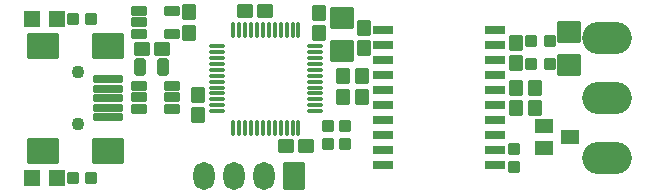
<source format=gbr>
G04 --- HEADER BEGIN --- *
G04 #@! TF.GenerationSoftware,LibrePCB,LibrePCB,0.2.0-unstable*
G04 #@! TF.CreationDate,2023-07-28T15:27:41*
G04 #@! TF.ProjectId,can2usb,565da67e-d1db-4e60-9fc1-0ba8a5c8bd0e,v1*
G04 #@! TF.Part,Single*
G04 #@! TF.SameCoordinates*
G04 #@! TF.FileFunction,Soldermask,Top*
G04 #@! TF.FilePolarity,Negative*
%FSLAX66Y66*%
%MOMM*%
G01*
G75*
G04 --- HEADER END --- *
G04 --- APERTURE LIST BEGIN --- *
%AMROUNDEDRECT10*20,1,1.2,-0.55,0.0,0.55,0.0,90.0*20,1,1.0,-0.65,0.0,0.65,0.0,90.0*1,1,0.2,-0.5,-0.55*1,1,0.2,-0.5,0.55*1,1,0.2,0.5,0.55*1,1,0.2,0.5,-0.55*%
%ADD10ROUNDEDRECT10*%
%AMROUNDEDRECT11*20,1,1.2,-0.55,0.0,0.55,0.0,0.0*20,1,1.0,-0.65,0.0,0.65,0.0,0.0*1,1,0.2,-0.55,0.5*1,1,0.2,0.55,0.5*1,1,0.2,0.55,-0.5*1,1,0.2,-0.55,-0.5*%
%ADD11ROUNDEDRECT11*%
%ADD12O,1.787X2.39*%
%AMROUNDEDRECT13*20,1,1.787,-1.095,0.0,1.095,0.0,90.0*20,1,1.587,-1.195,0.0,1.195,0.0,90.0*1,1,0.2,-0.7935,-1.095*1,1,0.2,-0.7935,1.095*1,1,0.2,0.7935,1.095*1,1,0.2,0.7935,-1.095*%
%ADD13ROUNDEDRECT13*%
%AMROUNDEDRECT14*20,1,0.42,-0.55,0.0,0.55,0.0,0.0*20,1,0.22,-0.65,0.0,0.65,0.0,0.0*1,1,0.2,-0.55,0.11*1,1,0.2,0.55,0.11*1,1,0.2,0.55,-0.11*1,1,0.2,-0.55,-0.11*%
%ADD14ROUNDEDRECT14*%
%AMROUNDEDRECT15*20,1,0.42,-0.55,0.0,0.55,0.0,90.0*20,1,0.22,-0.65,0.0,0.65,0.0,90.0*1,1,0.2,-0.11,-0.55*1,1,0.2,-0.11,0.55*1,1,0.2,0.11,0.55*1,1,0.2,0.11,-0.55*%
%ADD15ROUNDEDRECT15*%
%AMROUNDEDRECT16*20,1,0.95,-0.625,0.0,0.625,0.0,90.0*20,1,0.75,-0.725,0.0,0.725,0.0,90.0*1,1,0.2,-0.375,-0.625*1,1,0.2,-0.375,0.625*1,1,0.2,0.375,0.625*1,1,0.2,0.375,-0.625*%
%ADD16ROUNDEDRECT16*%
%AMROUNDEDRECT17*20,1,0.95,-0.4,0.0,0.4,0.0,0.0*20,1,0.75,-0.5,0.0,0.5,0.0,0.0*1,1,0.2,-0.4,0.375*1,1,0.2,0.4,0.375*1,1,0.2,0.4,-0.375*1,1,0.2,-0.4,-0.375*%
%ADD17ROUNDEDRECT17*%
%ADD18O,4.2X2.74*%
%AMROUNDEDRECT19*20,1,1.4,-0.6,0.0,0.6,0.0,0.0*20,1,1.2,-0.7,0.0,0.7,0.0,0.0*1,1,0.2,-0.6,0.6*1,1,0.2,0.6,0.6*1,1,0.2,0.6,-0.6*1,1,0.2,-0.6,-0.6*%
%ADD19ROUNDEDRECT19*%
%AMROUNDEDRECT20*20,1,0.95,-0.4,0.0,0.4,0.0,90.0*20,1,0.75,-0.5,0.0,0.5,0.0,90.0*1,1,0.2,-0.375,-0.4*1,1,0.2,-0.375,0.4*1,1,0.2,0.375,0.4*1,1,0.2,0.375,-0.4*%
%ADD20ROUNDEDRECT20*%
%AMROUNDEDRECT21*20,1,1.2,-0.7,0.0,0.7,0.0,0.0*20,1,1.0,-0.8,0.0,0.8,0.0,0.0*1,1,0.2,-0.7,0.5*1,1,0.2,0.7,0.5*1,1,0.2,0.7,-0.5*1,1,0.2,-0.7,-0.5*%
%ADD21ROUNDEDRECT21*%
%AMROUNDEDRECT22*20,1,1.8,-0.9,0.0,0.9,0.0,0.0*20,1,1.6,-1.0,0.0,1.0,0.0,0.0*1,1,0.2,-0.9,0.8*1,1,0.2,0.9,0.8*1,1,0.2,0.9,-0.8*1,1,0.2,-0.9,-0.8*%
%ADD22ROUNDEDRECT22*%
%AMROUNDEDRECT23*20,1,0.68,-0.7675,0.0,0.7675,0.0,0.0*20,1,0.48,-0.8675,0.0,0.8675,0.0,0.0*1,1,0.2,-0.7675,0.24*1,1,0.2,0.7675,0.24*1,1,0.2,0.7675,-0.24*1,1,0.2,-0.7675,-0.24*%
%ADD23ROUNDEDRECT23*%
%AMROUNDEDRECT24*20,1,0.8,-0.55,0.0,0.55,0.0,0.0*20,1,0.6,-0.65,0.0,0.65,0.0,0.0*1,1,0.2,-0.55,0.3*1,1,0.2,0.55,0.3*1,1,0.2,0.55,-0.3*1,1,0.2,-0.55,-0.3*%
%ADD24ROUNDEDRECT24*%
%AMROUNDEDRECT25*20,1,2.2,-1.25,0.0,1.25,0.0,0.0*20,1,2.0,-1.35,0.0,1.35,0.0,0.0*1,1,0.2,-1.25,1.0*1,1,0.2,1.25,1.0*1,1,0.2,1.25,-1.0*1,1,0.2,-1.25,-1.0*%
%ADD25ROUNDEDRECT25*%
%AMROUNDEDRECT26*20,1,0.7,-1.15,0.0,1.15,0.0,0.0*20,1,0.5,-1.25,0.0,1.25,0.0,0.0*1,1,0.2,-1.15,0.25*1,1,0.2,1.15,0.25*1,1,0.2,1.15,-0.25*1,1,0.2,-1.15,-0.25*%
%ADD26ROUNDEDRECT26*%
%ADD27C,1.1*%
G04 --- APERTURE LIST END --- *
G04 --- BOARD BEGIN --- *
D10*
G04 #@! TO.C,C2*
X14605000Y13792000D03*
X14605000Y15492000D03*
D11*
G04 #@! TO.C,C1*
X10580000Y12419500D03*
X12280000Y12419500D03*
D10*
G04 #@! TO.C,C8*
X29415000Y14206000D03*
X29415000Y12506000D03*
D12*
G04 #@! TO.C,J3*
X20955000Y1625500D03*
D13*
X23495000Y1625500D03*
D12*
X15875000Y1625500D03*
X18415000Y1625500D03*
D14*
G04 #@! TO.C,U1*
X25263750Y8130000D03*
X25263750Y12130000D03*
X25263750Y11630000D03*
X16963750Y8130000D03*
D15*
X21863750Y5730000D03*
D14*
X16963750Y11630000D03*
X16963750Y7130000D03*
D15*
X18363750Y5730000D03*
D14*
X25263750Y9130000D03*
X25263750Y7130000D03*
D15*
X18363750Y14030000D03*
X22363750Y5730000D03*
D14*
X25263750Y11130000D03*
D15*
X22363750Y14030000D03*
X19863750Y14030000D03*
D14*
X16963750Y8630000D03*
X16963750Y11130000D03*
X16963750Y12130000D03*
D15*
X19363750Y14030000D03*
X20863750Y5730000D03*
X18863750Y14030000D03*
D14*
X16963750Y7630000D03*
D15*
X23863750Y14030000D03*
X20363750Y5730000D03*
D14*
X25263750Y8630000D03*
D15*
X21363750Y14030000D03*
X20863750Y14030000D03*
X18863750Y5730000D03*
D14*
X16963750Y9630000D03*
D15*
X23363750Y14030000D03*
D14*
X25263750Y12630000D03*
X25263750Y7630000D03*
D15*
X19363750Y5730000D03*
X22863750Y5730000D03*
X21863750Y14030000D03*
D14*
X16963750Y9130000D03*
X16963750Y10130000D03*
D15*
X20363750Y14030000D03*
D14*
X25263750Y9630000D03*
D15*
X23863750Y5730000D03*
D14*
X25263750Y10630000D03*
X16963750Y10630000D03*
D15*
X22863750Y14030000D03*
X23363750Y5730000D03*
X19863750Y5730000D03*
D14*
X16963750Y12630000D03*
X25263750Y10130000D03*
D15*
X21363750Y5730000D03*
D10*
G04 #@! TO.C,C9*
X27666000Y10072000D03*
X27666000Y8372000D03*
D16*
G04 #@! TO.C,F1*
X12405000Y10832000D03*
X10455000Y10832000D03*
D17*
G04 #@! TO.C,R1*
X27825000Y5863000D03*
X27825000Y4313000D03*
D18*
G04 #@! TO.C,J2*
X50000000Y3140000D03*
X50000000Y8220000D03*
X50000000Y13300000D03*
D19*
G04 #@! TO.C,LED2*
X3431250Y1466500D03*
X1331250Y1466500D03*
D20*
G04 #@! TO.C,R15*
X6331250Y1466500D03*
X4781250Y1466500D03*
D21*
G04 #@! TO.C,D1*
X44672166Y3986300D03*
X46872166Y4936300D03*
X44672166Y5886300D03*
D22*
G04 #@! TO.C,C7*
X27548750Y15040250D03*
X27548750Y12240250D03*
D10*
G04 #@! TO.C,C13*
X43884000Y7418000D03*
X43884000Y9118000D03*
D23*
G04 #@! TO.C,U3*
X31043000Y11443000D03*
X31043000Y8903000D03*
X40507000Y2553000D03*
X40507000Y12713000D03*
X31043000Y3823000D03*
X40507000Y3823000D03*
X40507000Y13983000D03*
X40507000Y5093000D03*
X40507000Y8903000D03*
X40507000Y6363000D03*
X40507000Y10173000D03*
X40507000Y7633000D03*
X31043000Y12713000D03*
X31043000Y5093000D03*
X31043000Y10173000D03*
X40507000Y11443000D03*
X31043000Y6363000D03*
X31043000Y13983000D03*
X31043000Y2553000D03*
X31043000Y7633000D03*
D20*
G04 #@! TO.C,R10*
X6331250Y14959750D03*
X4781250Y14959750D03*
D10*
G04 #@! TO.C,C14*
X42294000Y7418000D03*
X42294000Y9118000D03*
D20*
G04 #@! TO.C,L2*
X43586000Y11130000D03*
X45136000Y11130000D03*
G04 #@! TO.C,L1*
X43586000Y13038000D03*
X45136000Y13038000D03*
D10*
G04 #@! TO.C,C3*
X25599000Y15478000D03*
X25599000Y13778000D03*
D17*
G04 #@! TO.C,R2*
X26394000Y4313000D03*
X26394000Y5863000D03*
D10*
G04 #@! TO.C,C5*
X15398750Y8508000D03*
X15398750Y6808000D03*
G04 #@! TO.C,C12*
X42294000Y11234000D03*
X42294000Y12934000D03*
D19*
G04 #@! TO.C,LED1*
X3431250Y14959750D03*
X1331250Y14959750D03*
D24*
G04 #@! TO.C,U4*
X13147500Y8292000D03*
X10347500Y8292000D03*
X13147500Y9242000D03*
X10347500Y9242000D03*
X10347500Y7342000D03*
X13147500Y7342000D03*
D10*
G04 #@! TO.C,C10*
X29256000Y10072000D03*
X29256000Y8372000D03*
D24*
G04 #@! TO.C,U2*
X13147500Y15592000D03*
X10347500Y13692000D03*
X10347500Y14642000D03*
X10347500Y15592000D03*
X13147500Y13692000D03*
D25*
G04 #@! TO.C,J1*
X2250000Y3770000D03*
X7750000Y12670000D03*
X7750000Y3770000D03*
X2250000Y12670000D03*
D26*
X7750000Y9020000D03*
X7750000Y9820000D03*
X7750000Y8220000D03*
X7750000Y6620000D03*
X7750000Y7420000D03*
D27*
G04 #@! TD*
X5200000Y10420000D03*
X5200000Y6020000D03*
D22*
G04 #@! TO.C,C11*
X46746000Y11002000D03*
X46746000Y13802000D03*
D17*
G04 #@! TO.C,R3*
X42135000Y2405000D03*
X42135000Y3955000D03*
D11*
G04 #@! TO.C,C6*
X21011250Y15595000D03*
X19311250Y15595000D03*
G04 #@! TO.C,C4*
X22803750Y4165000D03*
X24503750Y4165000D03*
G04 --- BOARD END --- *
G04 #@! TF.MD5,03b1d125df554a7366a034b56dc56f09*
M02*

</source>
